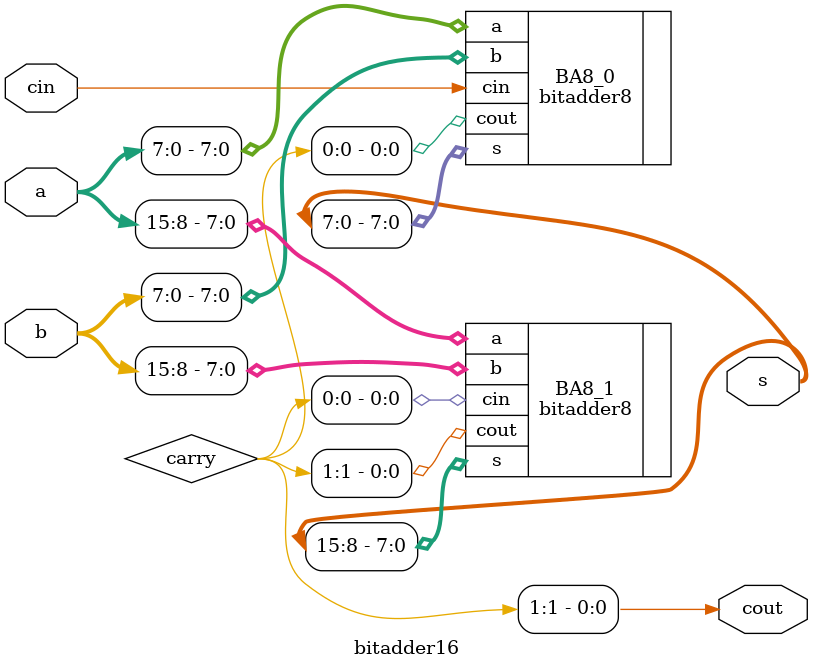
<source format=v>
module bitadder16(a, b, cin, s, cout);
    input [15:0] a, b;
    input cin;
    output [15:0] s;
    output cout;

    wire [1:0] carry;

    bitadder8 BA8_0 (.a(a[7:0]), .b(b[7:0]), .cin(cin), .cout(carry[0]), .s(s[7:0])); 
    bitadder8 BA8_1 (.a(a[15:8]), .b(b[15:8]), .cin(carry[0]), .cout(carry[1]), .s(s[15:8])); 

    assign cout = carry[1];
endmodule
</source>
